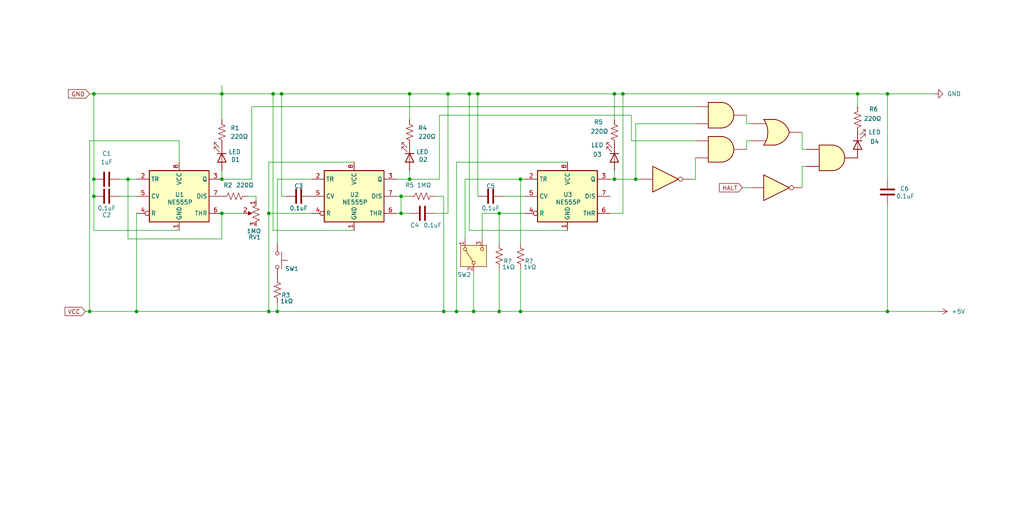
<source format=kicad_sch>
(kicad_sch (version 20250114) (generator "eeschema") (generator_version "9.0")
  (paper "User" 304.8 152.4)
  (title_block (title "Clock Circuit") (comment 1 "Same circuit as shown in BenEater's 8-bit computer series on Youtube"))
  (lib_symbols
    (symbol "74LS08_1" (pin_numbers (hide yes)) (pin_names (offset 1.016))
      (property "Reference" "U" (at 0 1.27 0))
      (property "Value" "74LS08" (at 0 -1.27 0))
      (symbol "74LS08_1_1_1"
        (arc (start 0 3.81) (mid 3.7934 0) (end 0 -3.81) (stroke (width 0.254)) (fill (type background)))
        (polyline (pts (xy 0 3.81) (xy -3.81 3.81) (xy -3.81 -3.81) (xy 0 -3.81)) (stroke (width 0.254)) (fill (type background)))
        (pin input line (at -7.62 2.54 0) (length 3.81) (name "~") (number "1"))
        (pin input line (at -7.62 -2.54 0) (length 3.81) (name "~") (number "2"))
        (pin output line (at 7.62 0 180) (length 3.81) (name "~") (number "3"))
      )
      (symbol "74LS08_1_1_2"
        (arc (start -3.81 3.81) (mid -2.589 0) (end -3.81 -3.81) (stroke (width 0.254)))
        (polyline (pts (xy -3.81 3.81) (xy -0.635 3.81)) (stroke (width 0.254)) (fill (type background)))
        (polyline (pts (xy -3.81 -3.81) (xy -0.635 -3.81)) (stroke (width 0.254)) (fill (type background)))
        (arc (start 3.81 0) (mid 2.1855 -2.584) (end -0.6096 -3.81) (stroke (width 0.254)) (fill (type background)))
        (arc (start -0.6096 3.81) (mid 2.1928 2.5924) (end 3.81 0) (stroke (width 0.254)) (fill (type background)))
        (polyline (pts (xy -0.635 3.81) (xy -3.81 3.81) (xy -3.81 3.81) (xy -3.556 3.4036) (xy -3.0226 2.2606) (xy -2.6924 1.0414) (xy -2.6162 -0.254) (xy -2.7686 -1.4986) (xy -3.175 -2.7178) (xy -3.81 -3.81) (xy -3.81 -3.81) (xy -0.635 -3.81)) (stroke (width -25.4)) (fill (type background)))
        (pin input inverted (at -7.62 2.54 0) (length 4.318) (name "~") (number "1"))
        (pin input inverted (at -7.62 -2.54 0) (length 4.318) (name "~") (number "2"))
        (pin output inverted (at 7.62 0 180) (length 3.81) (name "~") (number "3"))
      )
      (symbol "74LS08_1_2_1"
        (arc (start 0 3.81) (mid 3.7934 0) (end 0 -3.81) (stroke (width 0.254)) (fill (type background)))
        (polyline (pts (xy 0 3.81) (xy -3.81 3.81) (xy -3.81 -3.81) (xy 0 -3.81)) (stroke (width 0.254)) (fill (type background)))
        (pin input line (at -7.62 2.54 0) (length 3.81) (name "~") (number "4"))
        (pin input line (at -7.62 -2.54 0) (length 3.81) (name "~") (number "5"))
        (pin output line (at 7.62 0 180) (length 3.81) (name "~") (number "6"))
      )
      (symbol "74LS08_1_2_2"
        (arc (start -3.81 3.81) (mid -2.589 0) (end -3.81 -3.81) (stroke (width 0.254)))
        (polyline (pts (xy -3.81 3.81) (xy -0.635 3.81)) (stroke (width 0.254)) (fill (type background)))
        (polyline (pts (xy -3.81 -3.81) (xy -0.635 -3.81)) (stroke (width 0.254)) (fill (type background)))
        (arc (start 3.81 0) (mid 2.1855 -2.584) (end -0.6096 -3.81) (stroke (width 0.254)) (fill (type background)))
        (arc (start -0.6096 3.81) (mid 2.1928 2.5924) (end 3.81 0) (stroke (width 0.254)) (fill (type background)))
        (polyline (pts (xy -0.635 3.81) (xy -3.81 3.81) (xy -3.81 3.81) (xy -3.556 3.4036) (xy -3.0226 2.2606) (xy -2.6924 1.0414) (xy -2.6162 -0.254) (xy -2.7686 -1.4986) (xy -3.175 -2.7178) (xy -3.81 -3.81) (xy -3.81 -3.81) (xy -0.635 -3.81)) (stroke (width -25.4)) (fill (type background)))
        (pin input inverted (at -7.62 2.54 0) (length 4.318) (name "~") (number "4"))
        (pin input inverted (at -7.62 -2.54 0) (length 4.318) (name "~") (number "5"))
        (pin output inverted (at 7.62 0 180) (length 3.81) (name "~") (number "6"))
      )
      (symbol "74LS08_1_3_1"
        (arc (start 0 3.81) (mid 3.7934 0) (end 0 -3.81) (stroke (width 0.254)) (fill (type background)))
        (polyline (pts (xy 0 3.81) (xy -3.81 3.81) (xy -3.81 -3.81) (xy 0 -3.81)) (stroke (width 0.254)) (fill (type background)))
        (pin input line (at -7.62 2.54 0) (length 3.81) (name "~") (number "9"))
        (pin input line (at -7.62 -2.54 0) (length 3.81) (name "~") (number "10"))
        (pin output line (at 7.62 0 180) (length 3.81) (name "~") (number "8"))
      )
      (symbol "74LS08_1_3_2"
        (arc (start -3.81 3.81) (mid -2.589 0) (end -3.81 -3.81) (stroke (width 0.254)))
        (polyline (pts (xy -3.81 3.81) (xy -0.635 3.81)) (stroke (width 0.254)) (fill (type background)))
        (polyline (pts (xy -3.81 -3.81) (xy -0.635 -3.81)) (stroke (width 0.254)) (fill (type background)))
        (arc (start 3.81 0) (mid 2.1855 -2.584) (end -0.6096 -3.81) (stroke (width 0.254)) (fill (type background)))
        (arc (start -0.6096 3.81) (mid 2.1928 2.5924) (end 3.81 0) (stroke (width 0.254)) (fill (type background)))
        (polyline (pts (xy -0.635 3.81) (xy -3.81 3.81) (xy -3.81 3.81) (xy -3.556 3.4036) (xy -3.0226 2.2606) (xy -2.6924 1.0414) (xy -2.6162 -0.254) (xy -2.7686 -1.4986) (xy -3.175 -2.7178) (xy -3.81 -3.81) (xy -3.81 -3.81) (xy -0.635 -3.81)) (stroke (width -25.4)) (fill (type background)))
        (pin input inverted (at -7.62 2.54 0) (length 4.318) (name "~") (number "9"))
        (pin input inverted (at -7.62 -2.54 0) (length 4.318) (name "~") (number "10"))
        (pin output inverted (at 7.62 0 180) (length 3.81) (name "~") (number "8"))
      )
      (symbol "74LS08_1_4_1"
        (arc (start 0 3.81) (mid 3.7934 0) (end 0 -3.81) (stroke (width 0.254)) (fill (type background)))
        (polyline (pts (xy 0 3.81) (xy -3.81 3.81) (xy -3.81 -3.81) (xy 0 -3.81)) (stroke (width 0.254)) (fill (type background)))
        (pin input line (at -7.62 2.54 0) (length 3.81) (name "~") (number "12"))
        (pin input line (at -7.62 -2.54 0) (length 3.81) (name "~") (number "13"))
        (pin output line (at 7.62 0 180) (length 3.81) (name "~") (number "11"))
      )
      (symbol "74LS08_1_4_2"
        (arc (start -3.81 3.81) (mid -2.589 0) (end -3.81 -3.81) (stroke (width 0.254)))
        (polyline (pts (xy -3.81 3.81) (xy -0.635 3.81)) (stroke (width 0.254)) (fill (type background)))
        (polyline (pts (xy -3.81 -3.81) (xy -0.635 -3.81)) (stroke (width 0.254)) (fill (type background)))
        (arc (start 3.81 0) (mid 2.1855 -2.584) (end -0.6096 -3.81) (stroke (width 0.254)) (fill (type background)))
        (arc (start -0.6096 3.81) (mid 2.1928 2.5924) (end 3.81 0) (stroke (width 0.254)) (fill (type background)))
        (polyline (pts (xy -0.635 3.81) (xy -3.81 3.81) (xy -3.81 3.81) (xy -3.556 3.4036) (xy -3.0226 2.2606) (xy -2.6924 1.0414) (xy -2.6162 -0.254) (xy -2.7686 -1.4986) (xy -3.175 -2.7178) (xy -3.81 -3.81) (xy -3.81 -3.81) (xy -0.635 -3.81)) (stroke (width -25.4)) (fill (type background)))
        (pin input inverted (at -7.62 2.54 0) (length 4.318) (name "~") (number "12"))
        (pin input inverted (at -7.62 -2.54 0) (length 4.318) (name "~") (number "13"))
        (pin output inverted (at 7.62 0 180) (length 3.81) (name "~") (number "11"))
      )
      (symbol "74LS08_1_5_0"
        (pin power_in line (at 0 12.7 270) (length 5.08) (name "VCC") (number "14"))
        (pin power_in line (at 0 -12.7 90) (length 5.08) (name "GND") (number "7"))
      )
      (symbol "74LS08_1_5_1"
        (rectangle (start -5.08 7.62) (end 5.08 -7.62) (stroke (width 0.254)) (fill (type background)))
      )
    )
    (symbol "74xx:74LS04" (pin_numbers (hide yes))
      (property "Reference" "U" (at 0 1.27 0))
      (property "Value" "74LS04" (at 0 -1.27 0))
      (symbol "74LS04_1_0"
        (polyline (pts (xy -3.81 3.81) (xy -3.81 -3.81) (xy 3.81 0) (xy -3.81 3.81)) (stroke (width 0.254)) (fill (type background)))
        (pin input line (at -7.62 0 0) (length 3.81) (name "~") (number "1"))
        (pin output inverted (at 7.62 0 180) (length 3.81) (name "~") (number "2"))
      )
      (symbol "74LS04_2_0"
        (polyline (pts (xy -3.81 3.81) (xy -3.81 -3.81) (xy 3.81 0) (xy -3.81 3.81)) (stroke (width 0.254)) (fill (type background)))
        (pin input line (at -7.62 0 0) (length 3.81) (name "~") (number "3"))
        (pin output inverted (at 7.62 0 180) (length 3.81) (name "~") (number "4"))
      )
      (symbol "74LS04_3_0"
        (polyline (pts (xy -3.81 3.81) (xy -3.81 -3.81) (xy 3.81 0) (xy -3.81 3.81)) (stroke (width 0.254)) (fill (type background)))
        (pin input line (at -7.62 0 0) (length 3.81) (name "~") (number "5"))
        (pin output inverted (at 7.62 0 180) (length 3.81) (name "~") (number "6"))
      )
      (symbol "74LS04_4_0"
        (polyline (pts (xy -3.81 3.81) (xy -3.81 -3.81) (xy 3.81 0) (xy -3.81 3.81)) (stroke (width 0.254)) (fill (type background)))
        (pin input line (at -7.62 0 0) (length 3.81) (name "~") (number "9"))
        (pin output inverted (at 7.62 0 180) (length 3.81) (name "~") (number "8"))
      )
      (symbol "74LS04_5_0"
        (polyline (pts (xy -3.81 3.81) (xy -3.81 -3.81) (xy 3.81 0) (xy -3.81 3.81)) (stroke (width 0.254)) (fill (type background)))
        (pin input line (at -7.62 0 0) (length 3.81) (name "~") (number "11"))
        (pin output inverted (at 7.62 0 180) (length 3.81) (name "~") (number "10"))
      )
      (symbol "74LS04_6_0"
        (polyline (pts (xy -3.81 3.81) (xy -3.81 -3.81) (xy 3.81 0) (xy -3.81 3.81)) (stroke (width 0.254)) (fill (type background)))
        (pin input line (at -7.62 0 0) (length 3.81) (name "~") (number "13"))
        (pin output inverted (at 7.62 0 180) (length 3.81) (name "~") (number "12"))
      )
      (symbol "74LS04_7_0"
        (pin power_in line (at 0 12.7 270) (length 5.08) (name "VCC") (number "14"))
        (pin power_in line (at 0 -12.7 90) (length 5.08) (name "GND") (number "7"))
      )
      (symbol "74LS04_7_1"
        (rectangle (start -5.08 7.62) (end 5.08 -7.62) (stroke (width 0.254)) (fill (type background)))
      )
    )
    (symbol "74xx:74LS08" (pin_numbers (hide yes)) (pin_names (offset 1.016))
      (property "Reference" "U" (at 0 1.27 0))
      (property "Value" "74LS08" (at 0 -1.27 0))
      (symbol "74LS08_1_1"
        (arc (start 0 3.81) (mid 3.7934 0) (end 0 -3.81) (stroke (width 0.254)) (fill (type background)))
        (polyline (pts (xy 0 3.81) (xy -3.81 3.81) (xy -3.81 -3.81) (xy 0 -3.81)) (stroke (width 0.254)) (fill (type background)))
        (pin input line (at -7.62 2.54 0) (length 3.81) (name "~") (number "1"))
        (pin input line (at -7.62 -2.54 0) (length 3.81) (name "~") (number "2"))
        (pin output line (at 7.62 0 180) (length 3.81) (name "~") (number "3"))
      )
      (symbol "74LS08_1_2"
        (arc (start -3.81 3.81) (mid -2.589 0) (end -3.81 -3.81) (stroke (width 0.254)))
        (polyline (pts (xy -3.81 3.81) (xy -0.635 3.81)) (stroke (width 0.254)) (fill (type background)))
        (polyline (pts (xy -3.81 -3.81) (xy -0.635 -3.81)) (stroke (width 0.254)) (fill (type background)))
        (arc (start 3.81 0) (mid 2.1855 -2.584) (end -0.6096 -3.81) (stroke (width 0.254)) (fill (type background)))
        (arc (start -0.6096 3.81) (mid 2.1928 2.5924) (end 3.81 0) (stroke (width 0.254)) (fill (type background)))
        (polyline (pts (xy -0.635 3.81) (xy -3.81 3.81) (xy -3.81 3.81) (xy -3.556 3.4036) (xy -3.0226 2.2606) (xy -2.6924 1.0414) (xy -2.6162 -0.254) (xy -2.7686 -1.4986) (xy -3.175 -2.7178) (xy -3.81 -3.81) (xy -3.81 -3.81) (xy -0.635 -3.81)) (stroke (width -25.4)) (fill (type background)))
        (pin input inverted (at -7.62 2.54 0) (length 4.318) (name "~") (number "1"))
        (pin input inverted (at -7.62 -2.54 0) (length 4.318) (name "~") (number "2"))
        (pin output inverted (at 7.62 0 180) (length 3.81) (name "~") (number "3"))
      )
      (symbol "74LS08_2_1"
        (arc (start 0 3.81) (mid 3.7934 0) (end 0 -3.81) (stroke (width 0.254)) (fill (type background)))
        (polyline (pts (xy 0 3.81) (xy -3.81 3.81) (xy -3.81 -3.81) (xy 0 -3.81)) (stroke (width 0.254)) (fill (type background)))
        (pin input line (at -7.62 2.54 0) (length 3.81) (name "~") (number "4"))
        (pin input line (at -7.62 -2.54 0) (length 3.81) (name "~") (number "5"))
        (pin output line (at 7.62 0 180) (length 3.81) (name "~") (number "6"))
      )
      (symbol "74LS08_2_2"
        (arc (start -3.81 3.81) (mid -2.589 0) (end -3.81 -3.81) (stroke (width 0.254)))
        (polyline (pts (xy -3.81 3.81) (xy -0.635 3.81)) (stroke (width 0.254)) (fill (type background)))
        (polyline (pts (xy -3.81 -3.81) (xy -0.635 -3.81)) (stroke (width 0.254)) (fill (type background)))
        (arc (start 3.81 0) (mid 2.1855 -2.584) (end -0.6096 -3.81) (stroke (width 0.254)) (fill (type background)))
        (arc (start -0.6096 3.81) (mid 2.1928 2.5924) (end 3.81 0) (stroke (width 0.254)) (fill (type background)))
        (polyline (pts (xy -0.635 3.81) (xy -3.81 3.81) (xy -3.81 3.81) (xy -3.556 3.4036) (xy -3.0226 2.2606) (xy -2.6924 1.0414) (xy -2.6162 -0.254) (xy -2.7686 -1.4986) (xy -3.175 -2.7178) (xy -3.81 -3.81) (xy -3.81 -3.81) (xy -0.635 -3.81)) (stroke (width -25.4)) (fill (type background)))
        (pin input inverted (at -7.62 2.54 0) (length 4.318) (name "~") (number "4"))
        (pin input inverted (at -7.62 -2.54 0) (length 4.318) (name "~") (number "5"))
        (pin output inverted (at 7.62 0 180) (length 3.81) (name "~") (number "6"))
      )
      (symbol "74LS08_3_1"
        (arc (start 0 3.81) (mid 3.7934 0) (end 0 -3.81) (stroke (width 0.254)) (fill (type background)))
        (polyline (pts (xy 0 3.81) (xy -3.81 3.81) (xy -3.81 -3.81) (xy 0 -3.81)) (stroke (width 0.254)) (fill (type background)))
        (pin input line (at -7.62 2.54 0) (length 3.81) (name "~") (number "9"))
        (pin input line (at -7.62 -2.54 0) (length 3.81) (name "~") (number "10"))
        (pin output line (at 7.62 0 180) (length 3.81) (name "~") (number "8"))
      )
      (symbol "74LS08_3_2"
        (arc (start -3.81 3.81) (mid -2.589 0) (end -3.81 -3.81) (stroke (width 0.254)))
        (polyline (pts (xy -3.81 3.81) (xy -0.635 3.81)) (stroke (width 0.254)) (fill (type background)))
        (polyline (pts (xy -3.81 -3.81) (xy -0.635 -3.81)) (stroke (width 0.254)) (fill (type background)))
        (arc (start 3.81 0) (mid 2.1855 -2.584) (end -0.6096 -3.81) (stroke (width 0.254)) (fill (type background)))
        (arc (start -0.6096 3.81) (mid 2.1928 2.5924) (end 3.81 0) (stroke (width 0.254)) (fill (type background)))
        (polyline (pts (xy -0.635 3.81) (xy -3.81 3.81) (xy -3.81 3.81) (xy -3.556 3.4036) (xy -3.0226 2.2606) (xy -2.6924 1.0414) (xy -2.6162 -0.254) (xy -2.7686 -1.4986) (xy -3.175 -2.7178) (xy -3.81 -3.81) (xy -3.81 -3.81) (xy -0.635 -3.81)) (stroke (width -25.4)) (fill (type background)))
        (pin input inverted (at -7.62 2.54 0) (length 4.318) (name "~") (number "9"))
        (pin input inverted (at -7.62 -2.54 0) (length 4.318) (name "~") (number "10"))
        (pin output inverted (at 7.62 0 180) (length 3.81) (name "~") (number "8"))
      )
      (symbol "74LS08_4_1"
        (arc (start 0 3.81) (mid 3.7934 0) (end 0 -3.81) (stroke (width 0.254)) (fill (type background)))
        (polyline (pts (xy 0 3.81) (xy -3.81 3.81) (xy -3.81 -3.81) (xy 0 -3.81)) (stroke (width 0.254)) (fill (type background)))
        (pin input line (at -7.62 2.54 0) (length 3.81) (name "~") (number "12"))
        (pin input line (at -7.62 -2.54 0) (length 3.81) (name "~") (number "13"))
        (pin output line (at 7.62 0 180) (length 3.81) (name "~") (number "11"))
      )
      (symbol "74LS08_4_2"
        (arc (start -3.81 3.81) (mid -2.589 0) (end -3.81 -3.81) (stroke (width 0.254)))
        (polyline (pts (xy -3.81 3.81) (xy -0.635 3.81)) (stroke (width 0.254)) (fill (type background)))
        (polyline (pts (xy -3.81 -3.81) (xy -0.635 -3.81)) (stroke (width 0.254)) (fill (type background)))
        (arc (start 3.81 0) (mid 2.1855 -2.584) (end -0.6096 -3.81) (stroke (width 0.254)) (fill (type background)))
        (arc (start -0.6096 3.81) (mid 2.1928 2.5924) (end 3.81 0) (stroke (width 0.254)) (fill (type background)))
        (polyline (pts (xy -0.635 3.81) (xy -3.81 3.81) (xy -3.81 3.81) (xy -3.556 3.4036) (xy -3.0226 2.2606) (xy -2.6924 1.0414) (xy -2.6162 -0.254) (xy -2.7686 -1.4986) (xy -3.175 -2.7178) (xy -3.81 -3.81) (xy -3.81 -3.81) (xy -0.635 -3.81)) (stroke (width -25.4)) (fill (type background)))
        (pin input inverted (at -7.62 2.54 0) (length 4.318) (name "~") (number "12"))
        (pin input inverted (at -7.62 -2.54 0) (length 4.318) (name "~") (number "13"))
        (pin output inverted (at 7.62 0 180) (length 3.81) (name "~") (number "11"))
      )
      (symbol "74LS08_5_0"
        (pin power_in line (at 0 12.7 270) (length 5.08) (name "VCC") (number "14"))
        (pin power_in line (at 0 -12.7 90) (length 5.08) (name "GND") (number "7"))
      )
      (symbol "74LS08_5_1"
        (rectangle (start -5.08 7.62) (end 5.08 -7.62) (stroke (width 0.254)) (fill (type background)))
      )
    )
    (symbol "74xx:74LS32" (pin_numbers (hide yes)) (pin_names (offset 1.016))
      (property "Reference" "U" (at 0 1.27 0))
      (property "Value" "74LS32" (at 0 -1.27 0))
      (symbol "74LS32_1_1"
        (arc (start -3.81 3.81) (mid -2.589 0) (end -3.81 -3.81) (stroke (width 0.254)))
        (polyline (pts (xy -3.81 3.81) (xy -0.635 3.81)) (stroke (width 0.254)) (fill (type background)))
        (polyline (pts (xy -3.81 -3.81) (xy -0.635 -3.81)) (stroke (width 0.254)) (fill (type background)))
        (arc (start 3.81 0) (mid 2.1855 -2.584) (end -0.6096 -3.81) (stroke (width 0.254)) (fill (type background)))
        (arc (start -0.6096 3.81) (mid 2.1928 2.5924) (end 3.81 0) (stroke (width 0.254)) (fill (type background)))
        (polyline (pts (xy -0.635 3.81) (xy -3.81 3.81) (xy -3.81 3.81) (xy -3.556 3.4036) (xy -3.0226 2.2606) (xy -2.6924 1.0414) (xy -2.6162 -0.254) (xy -2.7686 -1.4986) (xy -3.175 -2.7178) (xy -3.81 -3.81) (xy -3.81 -3.81) (xy -0.635 -3.81)) (stroke (width -25.4)) (fill (type background)))
        (pin input line (at -7.62 2.54 0) (length 4.318) (name "~") (number "1"))
        (pin input line (at -7.62 -2.54 0) (length 4.318) (name "~") (number "2"))
        (pin output line (at 7.62 0 180) (length 3.81) (name "~") (number "3"))
      )
      (symbol "74LS32_1_2"
        (arc (start 0 3.81) (mid 3.7934 0) (end 0 -3.81) (stroke (width 0.254)) (fill (type background)))
        (polyline (pts (xy 0 3.81) (xy -3.81 3.81) (xy -3.81 -3.81) (xy 0 -3.81)) (stroke (width 0.254)) (fill (type background)))
        (pin input inverted (at -7.62 2.54 0) (length 3.81) (name "~") (number "1"))
        (pin input inverted (at -7.62 -2.54 0) (length 3.81) (name "~") (number "2"))
        (pin output inverted (at 7.62 0 180) (length 3.81) (name "~") (number "3"))
      )
      (symbol "74LS32_2_1"
        (arc (start -3.81 3.81) (mid -2.589 0) (end -3.81 -3.81) (stroke (width 0.254)))
        (polyline (pts (xy -3.81 3.81) (xy -0.635 3.81)) (stroke (width 0.254)) (fill (type background)))
        (polyline (pts (xy -3.81 -3.81) (xy -0.635 -3.81)) (stroke (width 0.254)) (fill (type background)))
        (arc (start 3.81 0) (mid 2.1855 -2.584) (end -0.6096 -3.81) (stroke (width 0.254)) (fill (type background)))
        (arc (start -0.6096 3.81) (mid 2.1928 2.5924) (end 3.81 0) (stroke (width 0.254)) (fill (type background)))
        (polyline (pts (xy -0.635 3.81) (xy -3.81 3.81) (xy -3.81 3.81) (xy -3.556 3.4036) (xy -3.0226 2.2606) (xy -2.6924 1.0414) (xy -2.6162 -0.254) (xy -2.7686 -1.4986) (xy -3.175 -2.7178) (xy -3.81 -3.81) (xy -3.81 -3.81) (xy -0.635 -3.81)) (stroke (width -25.4)) (fill (type background)))
        (pin input line (at -7.62 2.54 0) (length 4.318) (name "~") (number "4"))
        (pin input line (at -7.62 -2.54 0) (length 4.318) (name "~") (number "5"))
        (pin output line (at 7.62 0 180) (length 3.81) (name "~") (number "6"))
      )
      (symbol "74LS32_2_2"
        (arc (start 0 3.81) (mid 3.7934 0) (end 0 -3.81) (stroke (width 0.254)) (fill (type background)))
        (polyline (pts (xy 0 3.81) (xy -3.81 3.81) (xy -3.81 -3.81) (xy 0 -3.81)) (stroke (width 0.254)) (fill (type background)))
        (pin input inverted (at -7.62 2.54 0) (length 3.81) (name "~") (number "4"))
        (pin input inverted (at -7.62 -2.54 0) (length 3.81) (name "~") (number "5"))
        (pin output inverted (at 7.62 0 180) (length 3.81) (name "~") (number "6"))
      )
      (symbol "74LS32_3_1"
        (arc (start -3.81 3.81) (mid -2.589 0) (end -3.81 -3.81) (stroke (width 0.254)))
        (polyline (pts (xy -3.81 3.81) (xy -0.635 3.81)) (stroke (width 0.254)) (fill (type background)))
        (polyline (pts (xy -3.81 -3.81) (xy -0.635 -3.81)) (stroke (width 0.254)) (fill (type background)))
        (arc (start 3.81 0) (mid 2.1855 -2.584) (end -0.6096 -3.81) (stroke (width 0.254)) (fill (type background)))
        (arc (start -0.6096 3.81) (mid 2.1928 2.5924) (end 3.81 0) (stroke (width 0.254)) (fill (type background)))
        (polyline (pts (xy -0.635 3.81) (xy -3.81 3.81) (xy -3.81 3.81) (xy -3.556 3.4036) (xy -3.0226 2.2606) (xy -2.6924 1.0414) (xy -2.6162 -0.254) (xy -2.7686 -1.4986) (xy -3.175 -2.7178) (xy -3.81 -3.81) (xy -3.81 -3.81) (xy -0.635 -3.81)) (stroke (width -25.4)) (fill (type background)))
        (pin input line (at -7.62 2.54 0) (length 4.318) (name "~") (number "9"))
        (pin input line (at -7.62 -2.54 0) (length 4.318) (name "~") (number "10"))
        (pin output line (at 7.62 0 180) (length 3.81) (name "~") (number "8"))
      )
      (symbol "74LS32_3_2"
        (arc (start 0 3.81) (mid 3.7934 0) (end 0 -3.81) (stroke (width 0.254)) (fill (type background)))
        (polyline (pts (xy 0 3.81) (xy -3.81 3.81) (xy -3.81 -3.81) (xy 0 -3.81)) (stroke (width 0.254)) (fill (type background)))
        (pin input inverted (at -7.62 2.54 0) (length 3.81) (name "~") (number "9"))
        (pin input inverted (at -7.62 -2.54 0) (length 3.81) (name "~") (number "10"))
        (pin output inverted (at 7.62 0 180) (length 3.81) (name "~") (number "8"))
      )
      (symbol "74LS32_4_1"
        (arc (start -3.81 3.81) (mid -2.589 0) (end -3.81 -3.81) (stroke (width 0.254)))
        (polyline (pts (xy -3.81 3.81) (xy -0.635 3.81)) (stroke (width 0.254)) (fill (type background)))
        (polyline (pts (xy -3.81 -3.81) (xy -0.635 -3.81)) (stroke (width 0.254)) (fill (type background)))
        (arc (start 3.81 0) (mid 2.1855 -2.584) (end -0.6096 -3.81) (stroke (width 0.254)) (fill (type background)))
        (arc (start -0.6096 3.81) (mid 2.1928 2.5924) (end 3.81 0) (stroke (width 0.254)) (fill (type background)))
        (polyline (pts (xy -0.635 3.81) (xy -3.81 3.81) (xy -3.81 3.81) (xy -3.556 3.4036) (xy -3.0226 2.2606) (xy -2.6924 1.0414) (xy -2.6162 -0.254) (xy -2.7686 -1.4986) (xy -3.175 -2.7178) (xy -3.81 -3.81) (xy -3.81 -3.81) (xy -0.635 -3.81)) (stroke (width -25.4)) (fill (type background)))
        (pin input line (at -7.62 2.54 0) (length 4.318) (name "~") (number "12"))
        (pin input line (at -7.62 -2.54 0) (length 4.318) (name "~") (number "13"))
        (pin output line (at 7.62 0 180) (length 3.81) (name "~") (number "11"))
      )
      (symbol "74LS32_4_2"
        (arc (start 0 3.81) (mid 3.7934 0) (end 0 -3.81) (stroke (width 0.254)) (fill (type background)))
        (polyline (pts (xy 0 3.81) (xy -3.81 3.81) (xy -3.81 -3.81) (xy 0 -3.81)) (stroke (width 0.254)) (fill (type background)))
        (pin input inverted (at -7.62 2.54 0) (length 3.81) (name "~") (number "12"))
        (pin input inverted (at -7.62 -2.54 0) (length 3.81) (name "~") (number "13"))
        (pin output inverted (at 7.62 0 180) (length 3.81) (name "~") (number "11"))
      )
      (symbol "74LS32_5_0"
        (pin power_in line (at 0 12.7 270) (length 5.08) (name "VCC") (number "14"))
        (pin power_in line (at 0 -12.7 90) (length 5.08) (name "GND") (number "7"))
      )
      (symbol "74LS32_5_1"
        (rectangle (start -5.08 7.62) (end 5.08 -7.62) (stroke (width 0.254)) (fill (type background)))
      )
    )
    (symbol "Device:C" (pin_numbers (hide yes)) (pin_names (offset 0.254))
      (property "Reference" "C" (at 0.635 2.54 0))
      (property "Value" "C" (at 0.635 -2.54 0))
      (symbol "C_0_1"
        (polyline (pts (xy -2.032 0.762) (xy 2.032 0.762)) (stroke (width 0.508)))
        (polyline (pts (xy -2.032 -0.762) (xy 2.032 -0.762)) (stroke (width 0.508)))
      )
      (symbol "C_1_1"
        (pin passive line (at 0 3.81 270) (length 2.794) (name "~") (number "1"))
        (pin passive line (at 0 -3.81 90) (length 2.794) (name "~") (number "2"))
      )
    )
    (symbol "Device:LED" (pin_numbers (hide yes)) (pin_names (offset 1.016) (hide yes))
      (property "Reference" "D" (at 0 2.54 0))
      (property "Value" "LED" (at 0 -2.54 0))
      (symbol "LED_0_1"
        (polyline (pts (xy -3.048 -0.762) (xy -4.572 -2.286) (xy -3.81 -2.286) (xy -4.572 -2.286) (xy -4.572 -1.524)))
        (polyline (pts (xy -1.778 -0.762) (xy -3.302 -2.286) (xy -2.54 -2.286) (xy -3.302 -2.286) (xy -3.302 -1.524)))
        (polyline (pts (xy -1.27 0) (xy 1.27 0)))
        (polyline (pts (xy -1.27 -1.27) (xy -1.27 1.27)) (stroke (width 0.254)))
        (polyline (pts (xy 1.27 -1.27) (xy 1.27 1.27) (xy -1.27 0) (xy 1.27 -1.27)) (stroke (width 0.254)))
      )
      (symbol "LED_1_1"
        (pin passive line (at -3.81 0 0) (length 2.54) (name "K") (number "1"))
        (pin passive line (at 3.81 0 180) (length 2.54) (name "A") (number "2"))
      )
    )
    (symbol "Device:R_Potentiometer_US" (pin_names (offset 1.016) (hide yes))
      (property "Reference" "RV" (at -4.445 0 90))
      (property "Value" "R_Potentiometer_US" (at -2.54 0 90))
      (symbol "R_Potentiometer_US_0_1"
        (polyline (pts (xy 0 2.54) (xy 0 2.286)))
        (polyline (pts (xy 0 2.286) (xy 1.016 1.905) (xy 0 1.524) (xy -1.016 1.143) (xy 0 0.762)))
        (polyline (pts (xy 0 0.762) (xy 1.016 0.381) (xy 0 0) (xy -1.016 -0.381) (xy 0 -0.762)))
        (polyline (pts (xy 0 -0.762) (xy 1.016 -1.143) (xy 0 -1.524) (xy -1.016 -1.905) (xy 0 -2.286)))
        (polyline (pts (xy 0 -2.286) (xy 0 -2.54)))
        (polyline (pts (xy 1.143 0) (xy 2.286 0.508) (xy 2.286 -0.508) (xy 1.143 0)) (fill (type outline)))
        (polyline (pts (xy 2.54 0) (xy 1.524 0)))
      )
      (symbol "R_Potentiometer_US_1_1"
        (pin passive line (at 0 3.81 270) (length 1.27) (name "1") (number "1"))
        (pin passive line (at 0 -3.81 90) (length 1.27) (name "3") (number "3"))
        (pin passive line (at 3.81 0 180) (length 1.27) (name "2") (number "2"))
      )
    )
    (symbol "Device:R_US" (pin_numbers (hide yes)) (pin_names (offset 0))
      (property "Reference" "R" (at 2.54 0 90))
      (property "Value" "R_US" (at -2.54 0 90))
      (symbol "R_US_0_1"
        (polyline (pts (xy 0 2.286) (xy 0 2.54)))
        (polyline (pts (xy 0 2.286) (xy 1.016 1.905) (xy 0 1.524) (xy -1.016 1.143) (xy 0 0.762)))
        (polyline (pts (xy 0 0.762) (xy 1.016 0.381) (xy 0 0) (xy -1.016 -0.381) (xy 0 -0.762)))
        (polyline (pts (xy 0 -0.762) (xy 1.016 -1.143) (xy 0 -1.524) (xy -1.016 -1.905) (xy 0 -2.286)))
        (polyline (pts (xy 0 -2.286) (xy 0 -2.54)))
      )
      (symbol "R_US_1_1"
        (pin passive line (at 0 3.81 270) (length 1.27) (name "~") (number "1"))
        (pin passive line (at 0 -3.81 90) (length 1.27) (name "~") (number "2"))
      )
    )
    (symbol "Switch:SW_Push" (pin_numbers (hide yes)) (pin_names (offset 1.016) (hide yes))
      (property "Reference" "SW" (at 1.27 2.54 0))
      (property "Value" "SW_Push" (at 0 -1.524 0))
      (symbol "SW_Push_0_1"
        (circle (center -2.032 0) (radius 0.508))
        (polyline (pts (xy 0 1.27) (xy 0 3.048)))
        (circle (center 2.032 0) (radius 0.508))
        (polyline (pts (xy 2.54 1.27) (xy -2.54 1.27)))
        (pin passive line (at -5.08 0 0) (length 2.54) (name "1") (number "1"))
        (pin passive line (at 5.08 0 180) (length 2.54) (name "2") (number "2"))
      )
    )
    (symbol "Switch:SW_SPDT" (pin_names (offset 0) (hide yes))
      (property "Reference" "SW" (at 0 5.08 0))
      (property "Value" "SW_SPDT" (at 0 -5.08 0))
      (symbol "SW_SPDT_0_1"
        (circle (center -2.032 0) (radius 0.4572))
        (polyline (pts (xy -1.651 0.254) (xy 1.651 2.286)))
        (circle (center 2.032 2.54) (radius 0.4572))
        (circle (center 2.032 -2.54) (radius 0.4572))
      )
      (symbol "SW_SPDT_1_1"
        (rectangle (start -3.175 3.81) (end 3.175 -3.81) (fill (type background)))
        (pin passive line (at -5.08 0 0) (length 2.54) (name "B") (number "2"))
        (pin passive line (at 5.08 2.54 180) (length 2.54) (name "A") (number "1"))
        (pin passive line (at 5.08 -2.54 180) (length 2.54) (name "C") (number "3"))
      )
    )
    (symbol "Timer:NE555P"
      (property "Reference" "U" (at -10.16 8.89 0))
      (property "Value" "NE555P" (at 2.54 8.89 0))
      (symbol "NE555P_0_0"
        (pin power_in line (at 0 10.16 270) (length 2.54) (name "VCC") (number "8"))
        (pin power_in line (at 0 -10.16 90) (length 2.54) (name "GND") (number "1"))
      )
      (symbol "NE555P_0_1"
        (rectangle (start -8.89 -7.62) (end 8.89 7.62) (stroke (width 0.254)) (fill (type background)))
        (rectangle (start -8.89 -7.62) (end 8.89 7.62) (stroke (width 0.254)) (fill (type background)))
      )
      (symbol "NE555P_1_1"
        (pin input line (at -12.7 5.08 0) (length 3.81) (name "TR") (number "2"))
        (pin input line (at -12.7 0 0) (length 3.81) (name "CV") (number "5"))
        (pin input inverted (at -12.7 -5.08 0) (length 3.81) (name "R") (number "4"))
        (pin output line (at 12.7 5.08 180) (length 3.81) (name "Q") (number "3"))
        (pin input line (at 12.7 0 180) (length 3.81) (name "DIS") (number "7"))
        (pin input line (at 12.7 -5.08 180) (length 3.81) (name "THR") (number "6"))
      )
    )
    (symbol "power:+5V" (power) (pin_numbers (hide yes)) (pin_names (offset 0) (hide yes))
      (property "Value" "+5V" (at 0 3.556 0))
      (symbol "+5V_0_1"
        (polyline (pts (xy -0.762 1.27) (xy 0 2.54)))
        (polyline (pts (xy 0 2.54) (xy 0.762 1.27)))
        (polyline (pts (xy 0 0) (xy 0 2.54)))
      )
      (symbol "+5V_1_1"
        (pin power_in line (at 0 0 90) (length 0) (name "~") (number "1"))
      )
    )
    (symbol "power:GND" (power) (pin_numbers (hide yes)) (pin_names (offset 0) (hide yes))
      (property "Value" "GND" (at 0 -3.81 0))
      (symbol "GND_0_1"
        (polyline (pts (xy 0 0) (xy 0 -1.27) (xy 1.27 -1.27) (xy 0 -2.54) (xy -1.27 -1.27) (xy 0 -1.27)))
      )
      (symbol "GND_1_1"
        (pin power_in line (at 0 0 270) (length 0) (name "~") (number "1"))
      )
    )
  )
  (junction (at 185.42 27.94))
  (junction (at 27.94 58.42))
  (junction (at 81.28 27.94))
  (junction (at 142.24 27.94))
  (junction (at 40.64 92.71))
  (junction (at 182.88 53.34))
  (junction (at 154.94 92.71))
  (junction (at 132.08 92.71))
  (junction (at 148.59 63.5))
  (junction (at 121.92 27.94))
  (junction (at 121.92 53.34))
  (junction (at 264.16 92.71))
  (junction (at 119.38 58.42))
  (junction (at 135.89 92.71))
  (junction (at 133.35 27.94))
  (junction (at 189.23 53.34))
  (junction (at 154.94 53.34))
  (junction (at 38.1 53.34))
  (junction (at 66.04 53.34))
  (junction (at 27.94 27.94))
  (junction (at 264.16 27.94))
  (junction (at 182.88 27.94))
  (junction (at 255.27 27.94))
  (junction (at 27.94 53.34))
  (junction (at 80.01 63.5))
  (junction (at 66.04 27.94))
  (junction (at 80.01 92.71))
  (junction (at 83.82 27.94))
  (junction (at 82.55 92.71))
  (junction (at 148.59 92.71))
  (junction (at 140.97 92.71))
  (junction (at 139.7 27.94))
  (junction (at 26.67 92.71))
  (junction (at 119.38 63.5))
  (junction (at 66.04 63.5))
  (wire (pts (xy 119.38 58.42) (xy 119.38 63.5)))
  (wire (pts (xy 168.91 68.58) (xy 139.7 68.58)))
  (wire (pts (xy 130.81 34.29) (xy 130.81 53.34)))
  (wire (pts (xy 181.61 63.5) (xy 185.42 63.5)))
  (wire (pts (xy 132.08 58.42) (xy 132.08 92.71)))
  (wire (pts (xy 154.94 53.34) (xy 154.94 72.39)))
  (wire (pts (xy 27.94 58.42) (xy 27.94 68.58)))
  (wire (pts (xy 135.89 92.71) (xy 140.97 92.71)))
  (wire (pts (xy 148.59 92.71) (xy 154.94 92.71)))
  (wire (pts (xy 129.54 63.5) (xy 133.35 63.5)))
  (wire (pts (xy 138.43 71.12) (xy 138.43 53.34)))
  (wire (pts (xy 148.59 80.01) (xy 148.59 92.71)))
  (wire (pts (xy 66.04 50.8) (xy 66.04 53.34)))
  (wire (pts (xy 121.92 53.34) (xy 118.11 53.34)))
  (wire (pts (xy 148.59 63.5) (xy 156.21 63.5)))
  (wire (pts (xy 138.43 53.34) (xy 154.94 53.34)))
  (wire (pts (xy 130.81 53.34) (xy 121.92 53.34)))
  (wire (pts (xy 255.27 27.94) (xy 255.27 31.75)))
  (wire (pts (xy 105.41 68.58) (xy 81.28 68.58)))
  (wire (pts (xy 80.01 63.5) (xy 80.01 92.71)))
  (wire (pts (xy 264.16 53.34) (xy 264.16 27.94)))
  (wire (pts (xy 238.76 44.45) (xy 240.03 44.45)))
  (wire (pts (xy 139.7 27.94) (xy 142.24 27.94)))
  (wire (pts (xy 81.28 27.94) (xy 83.82 27.94)))
  (wire (pts (xy 119.38 63.5) (xy 121.92 63.5)))
  (wire (pts (xy 129.54 58.42) (xy 132.08 58.42)))
  (wire (pts (xy 154.94 53.34) (xy 156.21 53.34)))
  (wire (pts (xy 264.16 60.96) (xy 264.16 92.71)))
  (wire (pts (xy 25.4 92.71) (xy 26.67 92.71)))
  (wire (pts (xy 26.67 27.94) (xy 27.94 27.94)))
  (wire (pts (xy 82.55 72.39) (xy 82.55 53.34)))
  (wire (pts (xy 185.42 63.5) (xy 185.42 27.94)))
  (wire (pts (xy 81.28 68.58) (xy 81.28 27.94)))
  (wire (pts (xy 121.92 50.8) (xy 121.92 53.34)))
  (wire (pts (xy 27.94 27.94) (xy 27.94 53.34)))
  (wire (pts (xy 66.04 71.12) (xy 38.1 71.12)))
  (wire (pts (xy 255.27 27.94) (xy 264.16 27.94)))
  (wire (pts (xy 223.52 36.83) (xy 222.25 36.83)))
  (wire (pts (xy 189.23 53.34) (xy 190.5 53.34)))
  (wire (pts (xy 264.16 27.94) (xy 278.13 27.94)))
  (wire (pts (xy 80.01 92.71) (xy 82.55 92.71)))
  (wire (pts (xy 74.93 53.34) (xy 66.04 53.34)))
  (wire (pts (xy 83.82 58.42) (xy 85.09 58.42)))
  (wire (pts (xy 238.76 49.53) (xy 240.03 49.53)))
  (wire (pts (xy 207.01 41.91) (xy 187.96 41.91)))
  (wire (pts (xy 132.08 92.71) (xy 135.89 92.71)))
  (wire (pts (xy 121.92 27.94) (xy 133.35 27.94)))
  (wire (pts (xy 74.93 53.34) (xy 74.93 31.75)))
  (wire (pts (xy 118.11 58.42) (xy 119.38 58.42)))
  (wire (pts (xy 222.25 41.91) (xy 223.52 41.91)))
  (wire (pts (xy 38.1 71.12) (xy 38.1 53.34)))
  (wire (pts (xy 182.88 50.8) (xy 182.88 53.34)))
  (wire (pts (xy 35.56 58.42) (xy 40.64 58.42)))
  (wire (pts (xy 53.34 41.91) (xy 26.67 41.91)))
  (wire (pts (xy 26.67 41.91) (xy 26.67 92.71)))
  (wire (pts (xy 38.1 53.34) (xy 40.64 53.34)))
  (wire (pts (xy 182.88 27.94) (xy 182.88 35.56)))
  (wire (pts (xy 74.93 31.75) (xy 207.01 31.75)))
  (wire (pts (xy 82.55 53.34) (xy 92.71 53.34)))
  (wire (pts (xy 76.2 58.42) (xy 76.2 59.69)))
  (wire (pts (xy 156.21 58.42) (xy 149.86 58.42)))
  (wire (pts (xy 142.24 27.94) (xy 142.24 58.42)))
  (wire (pts (xy 189.23 36.83) (xy 207.01 36.83)))
  (wire (pts (xy 66.04 25.4) (xy 66.04 27.94)))
  (wire (pts (xy 82.55 92.71) (xy 132.08 92.71)))
  (wire (pts (xy 66.04 63.5) (xy 66.04 71.12)))
  (wire (pts (xy 142.24 27.94) (xy 182.88 27.94)))
  (wire (pts (xy 140.97 81.28) (xy 140.97 92.71)))
  (wire (pts (xy 154.94 92.71) (xy 264.16 92.71)))
  (wire (pts (xy 133.35 63.5) (xy 133.35 27.94)))
  (wire (pts (xy 80.01 63.5) (xy 92.71 63.5)))
  (wire (pts (xy 133.35 27.94) (xy 139.7 27.94)))
  (wire (pts (xy 121.92 27.94) (xy 121.92 35.56)))
  (wire (pts (xy 189.23 53.34) (xy 189.23 36.83)))
  (wire (pts (xy 73.66 58.42) (xy 76.2 58.42)))
  (wire (pts (xy 66.04 27.94) (xy 81.28 27.94)))
  (wire (pts (xy 135.89 48.26) (xy 135.89 92.71)))
  (wire (pts (xy 140.97 92.71) (xy 148.59 92.71)))
  (wire (pts (xy 143.51 63.5) (xy 148.59 63.5)))
  (wire (pts (xy 182.88 53.34) (xy 181.61 53.34)))
  (wire (pts (xy 105.41 48.26) (xy 80.01 48.26)))
  (wire (pts (xy 207.01 46.99) (xy 207.01 53.34)))
  (wire (pts (xy 143.51 63.5) (xy 143.51 71.12)))
  (wire (pts (xy 119.38 63.5) (xy 118.11 63.5)))
  (wire (pts (xy 154.94 80.01) (xy 154.94 92.71)))
  (wire (pts (xy 66.04 27.94) (xy 66.04 35.56)))
  (wire (pts (xy 207.01 53.34) (xy 205.74 53.34)))
  (wire (pts (xy 27.94 27.94) (xy 66.04 27.94)))
  (wire (pts (xy 264.16 92.71) (xy 279.4 92.71)))
  (wire (pts (xy 187.96 34.29) (xy 130.81 34.29)))
  (wire (pts (xy 72.39 63.5) (xy 66.04 63.5)))
  (wire (pts (xy 83.82 27.94) (xy 121.92 27.94)))
  (wire (pts (xy 220.98 55.88) (xy 223.52 55.88)))
  (wire (pts (xy 80.01 48.26) (xy 80.01 63.5)))
  (wire (pts (xy 40.64 63.5) (xy 40.64 92.71)))
  (wire (pts (xy 53.34 48.26) (xy 53.34 41.91)))
  (wire (pts (xy 83.82 27.94) (xy 83.82 58.42)))
  (wire (pts (xy 182.88 27.94) (xy 185.42 27.94)))
  (wire (pts (xy 187.96 41.91) (xy 187.96 34.29)))
  (wire (pts (xy 222.25 44.45) (xy 222.25 41.91)))
  (wire (pts (xy 40.64 92.71) (xy 80.01 92.71)))
  (wire (pts (xy 148.59 63.5) (xy 148.59 72.39)))
  (wire (pts (xy 27.94 53.34) (xy 27.94 58.42)))
  (wire (pts (xy 222.25 36.83) (xy 222.25 34.29)))
  (wire (pts (xy 238.76 55.88) (xy 238.76 49.53)))
  (wire (pts (xy 82.55 90.17) (xy 82.55 92.71)))
  (wire (pts (xy 182.88 53.34) (xy 189.23 53.34)))
  (wire (pts (xy 26.67 92.71) (xy 40.64 92.71)))
  (wire (pts (xy 119.38 58.42) (xy 121.92 58.42)))
  (wire (pts (xy 185.42 27.94) (xy 255.27 27.94)))
  (wire (pts (xy 35.56 53.34) (xy 38.1 53.34)))
  (wire (pts (xy 53.34 68.58) (xy 27.94 68.58)))
  (wire (pts (xy 139.7 68.58) (xy 139.7 27.94)))
  (wire (pts (xy 238.76 39.37) (xy 238.76 44.45)))
  (wire (pts (xy 168.91 48.26) (xy 135.89 48.26)))
  (global_label "GND" (shape input) (at 26.67 27.94 180) (property "Intersheetrefs" "${INTERSHEET_REFS}" (effects (hide yes))))
  (global_label "VCC" (shape input) (at 25.4 92.71 180) (property "Intersheetrefs" "${INTERSHEET_REFS}" (effects (hide yes))))
  (global_label "HALT" (shape input) (at 220.98 55.88 180) (property "Intersheetrefs" "${INTERSHEET_REFS}" (effects (hide yes))))
  (symbol (lib_id "Device:C") (at 31.75 53.34 270) (unit 1)
    (property "Reference" "C1" (at 31.75 45.72 90))
    (property "Value" "1uF" (at 31.75 48.26 90))
    (property "Description" "Unpolarized capacitor" (effects (hide yes)))
  )
  (symbol (lib_id "power:+5V") (at 279.4 92.71 270) (unit 1)
    (property "Reference" "#PWR05" (effects (hide yes)))
    (property "Value" "+5V" (at 283.21 92.7099 90) (effects (justify left)))
    (property "Description" "Power symbol creates a global label with name \"+5V\"" (effects (hide yes)))
  )
  (symbol (lib_id "power:GND") (at 278.13 27.94 90) (unit 1)
    (property "Reference" "#PWR04" (effects (hide yes)))
    (property "Value" "GND" (at 281.94 27.9399 90) (effects (justify right)))
    (property "Description" "Power symbol creates a global label with name \"GND\" , ground" (effects (hide yes)))
  )
  (symbol (lib_id "74xx:74LS32") (at 231.14 39.37 0) (unit 1)
    (property "Reference" "U?" (effects (hide yes)))
    (property "Value" "74LS32" (effects (hide yes)))
    (property "Datasheet" "http://www.ti.com/lit/gpn/sn74LS32" (effects (hide yes)))
    (property "Description" "Quad 2-input OR" (effects (hide yes)))
  )
  (symbol (lib_id "Device:C") (at 125.73 63.5 270) (unit 1)
    (property "Reference" "C4" (at 123.444 67.056 90))
    (property "Value" "0.1uF" (at 128.778 67.056 90))
    (property "Description" "Unpolarized capacitor" (effects (hide yes)))
  )
  (symbol (lib_id "Device:LED") (at 121.92 46.99 270) (unit 1)
    (property "Reference" "D2" (at 125.984 47.498 90))
    (property "Value" "LED" (at 125.73 45.212 90))
    (property "Description" "Light emitting diode" (effects (hide yes)))
    (property "Sim.Pins" "1=K 2=A" (effects (hide yes)))
  )
  (symbol (lib_id "Timer:NE555P") (at 105.41 58.42 0) (unit 1)
    (property "Reference" "U2" (at 104.14 57.912 0) (effects (justify left)))
    (property "Value" "NE555P" (at 101.854 60.198 0) (effects (justify left)))
    (property "Footprint" "Package_DIP:DIP-8_W7.62mm" (effects (hide yes)))
    (property "Datasheet" "http://www.ti.com/lit/ds/symlink/ne555.pdf" (effects (hide yes)))
    (property "Description" "Precision Timers, 555 compatible,  PDIP-8" (effects (hide yes)))
  )
  (symbol (lib_id "Device:C") (at 31.75 58.42 270) (unit 1)
    (property "Reference" "C2" (at 31.75 64.008 90))
    (property "Value" "0.1uF" (at 31.75 61.976 90))
    (property "Description" "Unpolarized capacitor" (effects (hide yes)))
  )
  (symbol (lib_id "Device:R_US") (at 154.94 76.2 0) (unit 1)
    (property "Reference" "R?" (at 157.48 77.724 0))
    (property "Value" "1kΩ" (at 157.734 79.502 0))
    (property "Description" "Resistor, US symbol" (effects (hide yes)))
  )
  (symbol (lib_id "Device:R_US") (at 69.85 58.42 270) (unit 1)
    (property "Reference" "R2" (at 67.818 55.118 90))
    (property "Value" "220Ω" (at 72.898 55.118 90))
    (property "Description" "Resistor, US symbol" (effects (hide yes)))
  )
  (symbol (lib_id "Device:R_Potentiometer_US") (at 76.2 63.5 0) (mirror y) (unit 1)
    (property "Reference" "RV1" (at 73.914 70.612 0) (effects (justify right)))
    (property "Value" "1MΩ" (at 73.406 68.834 0) (effects (justify right)))
    (property "Description" "Potentiometer, US symbol" (effects (hide yes)))
  )
  (symbol (lib_id "Device:C") (at 264.16 57.15 0) (mirror x) (unit 1)
    (property "Reference" "C6" (at 269.24 56.134 0))
    (property "Value" "0.1uF" (at 269.494 58.42 0))
    (property "Description" "Unpolarized capacitor" (effects (hide yes)))
  )
  (symbol (lib_id "74xx:74LS08") (at 214.63 34.29 0) (unit 2)
    (property "Reference" "U?" (effects (hide yes)))
    (property "Value" "74LS08" (effects (hide yes)))
    (property "Datasheet" "http://www.ti.com/lit/gpn/sn74LS08" (effects (hide yes)))
    (property "Description" "Quad And2" (effects (hide yes)))
  )
  (symbol (lib_id "Device:R_US") (at 121.92 39.37 0) (unit 1)
    (property "Reference" "R4" (at 124.46 38.0999 0) (effects (justify left)))
    (property "Value" "220Ω" (at 124.46 40.6399 0) (effects (justify left)))
    (property "Description" "Resistor, US symbol" (effects (hide yes)))
  )
  (symbol (lib_id "Device:LED") (at 255.27 43.18 90) (mirror x) (unit 1)
    (property "Reference" "D4" (at 260.35 42.164 90))
    (property "Value" "LED" (at 260.35 39.37 90))
    (property "Description" "Light emitting diode" (effects (hide yes)))
    (property "Sim.Pins" "1=K 2=A" (effects (hide yes)))
  )
  (symbol (lib_name "74LS08_1") (lib_id "74xx:74LS08") (at 247.65 46.99 0) (unit 1)
    (property "Reference" "U?" (effects (hide yes)))
    (property "Value" "74LS08" (effects (hide yes)))
    (property "Datasheet" "http://www.ti.com/lit/gpn/sn74LS08" (effects (hide yes)))
    (property "Description" "Quad And2" (effects (hide yes)))
  )
  (symbol (lib_id "Device:C") (at 88.9 58.42 270) (unit 1)
    (property "Reference" "C3" (at 88.9 55.372 90))
    (property "Value" "0.1uF" (at 88.9 61.976 90))
    (property "Description" "Unpolarized capacitor" (effects (hide yes)))
  )
  (symbol (lib_id "Device:LED") (at 182.88 46.99 270) (unit 1)
    (property "Reference" "D3" (at 177.8 45.974 90))
    (property "Value" "LED" (at 177.8 43.18 90))
    (property "Description" "Light emitting diode" (effects (hide yes)))
    (property "Sim.Pins" "1=K 2=A" (effects (hide yes)))
  )
  (symbol (lib_id "Device:R_US") (at 182.88 39.37 0) (unit 1)
    (property "Reference" "R5" (at 176.784 36.322 0) (effects (justify left)))
    (property "Value" "220Ω" (at 175.768 39.116 0) (effects (justify left)))
    (property "Description" "Resistor, US symbol" (effects (hide yes)))
  )
  (symbol (lib_id "Device:C") (at 146.05 58.42 270) (unit 1)
    (property "Reference" "C5" (at 146.05 55.372 90))
    (property "Value" "0.1uF" (at 146.05 61.976 90))
    (property "Description" "Unpolarized capacitor" (effects (hide yes)))
  )
  (symbol (lib_id "Device:R_US") (at 66.04 39.37 0) (unit 1)
    (property "Reference" "R1" (at 68.58 38.0999 0) (effects (justify left)))
    (property "Value" "220Ω" (at 68.58 40.6399 0) (effects (justify left)))
    (property "Description" "Resistor, US symbol" (effects (hide yes)))
  )
  (symbol (lib_id "Timer:NE555P") (at 168.91 58.42 0) (unit 1)
    (property "Reference" "U3" (at 167.64 57.912 0) (effects (justify left)))
    (property "Value" "NE555P" (at 165.354 60.198 0) (effects (justify left)))
    (property "Footprint" "Package_DIP:DIP-8_W7.62mm" (effects (hide yes)))
    (property "Datasheet" "http://www.ti.com/lit/ds/symlink/ne555.pdf" (effects (hide yes)))
    (property "Description" "Precision Timers, 555 compatible,  PDIP-8" (effects (hide yes)))
  )
  (symbol (lib_id "Switch:SW_SPDT") (at 140.97 76.2 90) (unit 1)
    (property "Reference" "SW2" (at 136.144 81.788 90) (effects (justify right)))
    (property "Value" "SW_SPDT" (effects (hide yes)))
    (property "Description" "Switch, single pole double throw" (effects (hide yes)))
  )
  (symbol (lib_id "Device:R_US") (at 148.59 76.2 0) (unit 1)
    (property "Reference" "R?" (at 151.13 77.724 0))
    (property "Value" "1kΩ" (at 151.384 79.502 0))
    (property "Description" "Resistor, US symbol" (effects (hide yes)))
  )
  (symbol (lib_id "74xx:74LS04") (at 231.14 55.88 0) (unit 1)
    (property "Reference" "U?" (effects (hide yes)))
    (property "Value" "74LS04" (effects (hide yes)))
    (property "Datasheet" "http://www.ti.com/lit/gpn/sn74LS04" (effects (hide yes)))
    (property "Description" "Hex Inverter" (effects (hide yes)))
  )
  (symbol (lib_id "Device:R_US") (at 82.55 86.36 0) (unit 1)
    (property "Reference" "R3" (at 85.09 87.884 0))
    (property "Value" "1kΩ" (at 85.344 89.662 0))
    (property "Description" "Resistor, US symbol" (effects (hide yes)))
  )
  (symbol (lib_id "74xx:74LS04") (at 198.12 53.34 0) (unit 1)
    (property "Reference" "U?" (effects (hide yes)))
    (property "Value" "74LS04" (effects (hide yes)))
    (property "Datasheet" "http://www.ti.com/lit/gpn/sn74LS04" (effects (hide yes)))
    (property "Description" "Hex Inverter" (effects (hide yes)))
  )
  (symbol (lib_id "Device:R_US") (at 255.27 35.56 0) (mirror y) (unit 1)
    (property "Reference" "R6" (at 261.366 32.512 0) (effects (justify left)))
    (property "Value" "220Ω" (at 262.382 35.306 0) (effects (justify left)))
    (property "Description" "Resistor, US symbol" (effects (hide yes)))
  )
  (symbol (lib_name "74LS08_1") (lib_id "74xx:74LS08") (at 214.63 44.45 0) (unit 1)
    (property "Reference" "U?" (effects (hide yes)))
    (property "Value" "74LS08" (effects (hide yes)))
    (property "Datasheet" "http://www.ti.com/lit/gpn/sn74LS08" (effects (hide yes)))
    (property "Description" "Quad And2" (effects (hide yes)))
  )
  (symbol (lib_id "Device:LED") (at 66.04 46.99 270) (unit 1)
    (property "Reference" "D1" (at 70.104 47.498 90))
    (property "Value" "LED" (at 69.85 45.212 90))
    (property "Description" "Light emitting diode" (effects (hide yes)))
    (property "Sim.Pins" "1=K 2=A" (effects (hide yes)))
  )
  (symbol (lib_id "Timer:NE555P") (at 53.34 58.42 0) (unit 1)
    (property "Reference" "U1" (at 52.07 57.912 0) (effects (justify left)))
    (property "Value" "NE555P" (at 49.784 60.198 0) (effects (justify left)))
    (property "Footprint" "Package_DIP:DIP-8_W7.62mm" (effects (hide yes)))
    (property "Datasheet" "http://www.ti.com/lit/ds/symlink/ne555.pdf" (effects (hide yes)))
    (property "Description" "Precision Timers, 555 compatible,  PDIP-8" (effects (hide yes)))
  )
  (symbol (lib_id "Switch:SW_Push") (at 82.55 77.47 270) (unit 1)
    (property "Reference" "SW1" (at 86.868 80.01 90))
    (property "Value" "SW_Push" (effects (hide yes)))
    (property "Description" "Push button switch, generic, two pins" (effects (hide yes)))
  )
  (symbol (lib_id "Device:R_US") (at 125.73 58.42 270) (unit 1)
    (property "Reference" "R5" (at 121.92 55.118 90))
    (property "Value" "1MΩ" (at 126.238 55.118 90))
    (property "Description" "Resistor, US symbol" (effects (hide yes)))
  )
)
</source>
